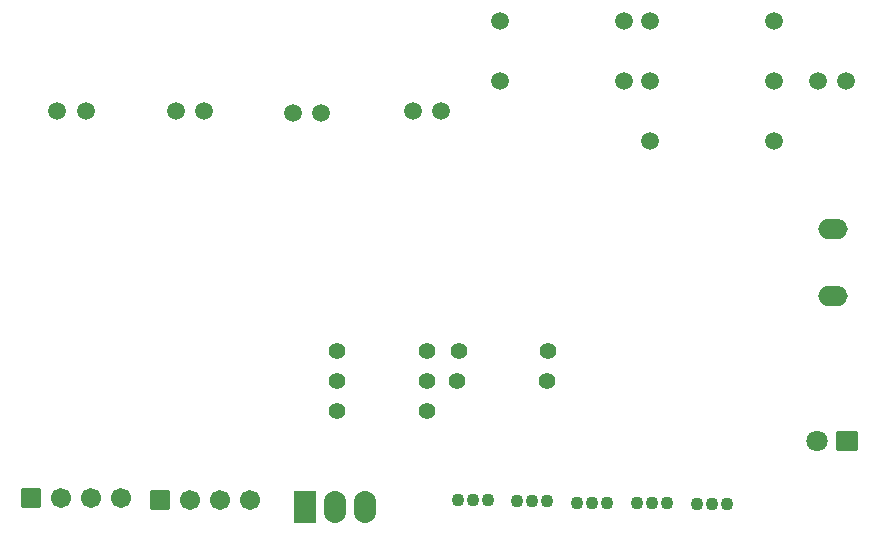
<source format=gbs>
G04 Layer: BottomSolderMaskLayer*
G04 EasyEDA v6.5.40, 2024-02-29 21:32:03*
G04 cd2e8cfeff5242bcb39c02c4be924e2f,f2d9dfb49ed74d9cbdeda56209f77222,10*
G04 Gerber Generator version 0.2*
G04 Scale: 100 percent, Rotated: No, Reflected: No *
G04 Dimensions in millimeters *
G04 leading zeros omitted , absolute positions ,4 integer and 5 decimal *
%FSLAX45Y45*%
%MOMM*%

%AMMACRO1*1,1,$1,$2,$3*1,1,$1,$4,$5*1,1,$1,0-$2,0-$3*1,1,$1,0-$4,0-$5*20,1,$1,$2,$3,$4,$5,0*20,1,$1,$4,$5,0-$2,0-$3,0*20,1,$1,0-$2,0-$3,0-$4,0-$5,0*20,1,$1,0-$4,0-$5,$2,$3,0*4,1,4,$2,$3,$4,$5,0-$2,0-$3,0-$4,0-$5,$2,$3,0*%
%ADD10O,2.5015952X1.7015968000000001*%
%ADD11MACRO1,0.1016X0.85X-0.7874X-0.85X-0.7874*%
%ADD12C,1.8016*%
%ADD13C,1.1016*%
%ADD14C,1.5016*%
%ADD15O,1.9015964X2.7015948*%
%ADD16MACRO1,0.1016X-0.9X1.3X0.9X1.3*%
%ADD17C,1.4000*%
%ADD18MACRO1,0.1016X-0.8X0.8X0.8X0.8*%
%ADD19C,1.7016*%
%ADD20C,1.5016*%

%LPD*%
D10*
G01*
X7625918Y4784801D03*
G01*
X7625918Y5349798D03*
D11*
G01*
X7746998Y3556000D03*
D12*
G01*
X7493000Y3556000D03*
D13*
G01*
X4457700Y3060700D03*
G01*
X4584700Y3060700D03*
G01*
X4711700Y3060700D03*
G01*
X4953000Y3048000D03*
G01*
X5080000Y3048000D03*
G01*
X5207000Y3048000D03*
G01*
X5461000Y3035300D03*
G01*
X5588000Y3035300D03*
G01*
X5715000Y3035300D03*
G01*
X5969000Y3035300D03*
G01*
X6096000Y3035300D03*
G01*
X6223000Y3035300D03*
G01*
X6477000Y3022600D03*
G01*
X6604000Y3022600D03*
G01*
X6731000Y3022600D03*
D14*
G01*
X2064258Y6350000D03*
G01*
X2304541Y6350000D03*
G01*
X4070858Y6350000D03*
G01*
X4311141Y6350000D03*
G01*
X1060957Y6350000D03*
G01*
X1301242Y6350000D03*
G01*
X3054858Y6337300D03*
G01*
X3295141Y6337300D03*
G01*
X7499858Y6604000D03*
G01*
X7740141Y6604000D03*
D15*
G01*
X3416300Y2997682D03*
G01*
X3670325Y2996692D03*
D16*
G01*
X3162287Y2997695D03*
D17*
G01*
X4190009Y4318000D03*
G01*
X3429990Y4318000D03*
G01*
X4190009Y4064000D03*
G01*
X3429990Y4064000D03*
G01*
X4190009Y3810000D03*
G01*
X3429990Y3810000D03*
G01*
X4458690Y4318000D03*
G01*
X5218709Y4318000D03*
G01*
X4445990Y4064000D03*
G01*
X5206009Y4064000D03*
D18*
G01*
X1930399Y3060700D03*
D19*
G01*
X2184400Y3060700D03*
G01*
X2438400Y3060700D03*
G01*
X2692400Y3060700D03*
D20*
G01*
X4809007Y7112000D03*
G01*
X5858992Y7112000D03*
G01*
X5858992Y6604000D03*
G01*
X4809007Y6604000D03*
G01*
X6079007Y7112000D03*
G01*
X7128992Y7112000D03*
G01*
X6079007Y6604000D03*
G01*
X7128992Y6604000D03*
G01*
X6079007Y6096000D03*
G01*
X7128992Y6096000D03*
D18*
G01*
X838200Y3073400D03*
D19*
G01*
X1092200Y3073400D03*
G01*
X1346200Y3073400D03*
G01*
X1600200Y3073400D03*
M02*

</source>
